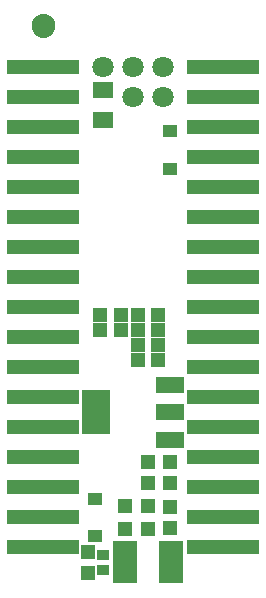
<source format=gbs>
G75*
%MOIN*%
%OFA0B0*%
%FSLAX24Y24*%
%IPPOS*%
%LPD*%
%AMOC8*
5,1,8,0,0,1.08239X$1,22.5*
%
%ADD10R,0.0474X0.0513*%
%ADD11C,0.0500*%
%ADD12C,0.0474*%
%ADD13R,0.0474X0.0474*%
%ADD14R,0.0828X0.1419*%
%ADD15R,0.2442X0.0474*%
%ADD16R,0.0434X0.0356*%
%ADD17R,0.0960X0.0560*%
%ADD18R,0.0946X0.1497*%
%ADD19R,0.0513X0.0474*%
%ADD20R,0.0454X0.0434*%
%ADD21R,0.0330X0.0580*%
%ADD22C,0.0710*%
D10*
X017650Y016315D03*
X017650Y016985D03*
X019650Y019315D03*
X019650Y019985D03*
X020400Y019985D03*
X020400Y019315D03*
X020400Y018485D03*
X020400Y017815D03*
D11*
X016008Y034550D02*
X016010Y034573D01*
X016016Y034596D01*
X016025Y034618D01*
X016038Y034637D01*
X016054Y034654D01*
X016072Y034669D01*
X016093Y034680D01*
X016115Y034688D01*
X016138Y034692D01*
X016162Y034692D01*
X016185Y034688D01*
X016207Y034680D01*
X016228Y034669D01*
X016246Y034654D01*
X016262Y034637D01*
X016275Y034618D01*
X016284Y034596D01*
X016290Y034573D01*
X016292Y034550D01*
X016290Y034527D01*
X016284Y034504D01*
X016275Y034482D01*
X016262Y034463D01*
X016246Y034446D01*
X016228Y034431D01*
X016207Y034420D01*
X016185Y034412D01*
X016162Y034408D01*
X016138Y034408D01*
X016115Y034412D01*
X016093Y034420D01*
X016072Y034431D01*
X016054Y034446D01*
X016038Y034463D01*
X016025Y034482D01*
X016016Y034504D01*
X016010Y034527D01*
X016008Y034550D01*
D12*
X016150Y034550D03*
D13*
X018900Y018544D03*
X019650Y018544D03*
X019650Y017756D03*
X018900Y017756D03*
D14*
X018882Y016650D03*
X020418Y016650D03*
D15*
X016150Y017150D03*
X016150Y018150D03*
X016150Y019150D03*
X016150Y020150D03*
X016150Y021150D03*
X016150Y022150D03*
X016150Y023150D03*
X016150Y024150D03*
X016150Y025150D03*
X016150Y026150D03*
X016150Y027150D03*
X016150Y028150D03*
X016150Y029150D03*
X016150Y030150D03*
X016150Y031150D03*
X016150Y032150D03*
X016150Y033150D03*
X022150Y033150D03*
X022150Y032150D03*
X022150Y031150D03*
X022150Y030150D03*
X022150Y029150D03*
X022150Y028150D03*
X022150Y027150D03*
X022150Y026150D03*
X022150Y025150D03*
X022150Y024150D03*
X022150Y023150D03*
X022150Y022150D03*
X022150Y021150D03*
X022150Y020150D03*
X022150Y019150D03*
X022150Y018150D03*
X022150Y017150D03*
D16*
X018150Y016906D03*
X018150Y016394D03*
D17*
X020370Y020740D03*
X020370Y021650D03*
X020370Y022560D03*
D18*
X017930Y021650D03*
D19*
X019315Y023400D03*
X019315Y023900D03*
X019315Y024400D03*
X019315Y024900D03*
X018735Y024900D03*
X018735Y024400D03*
X018065Y024400D03*
X018065Y024900D03*
X019985Y024900D03*
X019985Y024400D03*
X019985Y023900D03*
X019985Y023400D03*
D20*
X017900Y018770D03*
X017900Y017530D03*
X020400Y029780D03*
X020400Y031020D03*
D21*
X018327Y031400D03*
X017973Y031400D03*
X017973Y032400D03*
X018327Y032400D03*
D22*
X018150Y033150D03*
X019150Y033150D03*
X019150Y032150D03*
X020150Y032150D03*
X020150Y033150D03*
M02*

</source>
